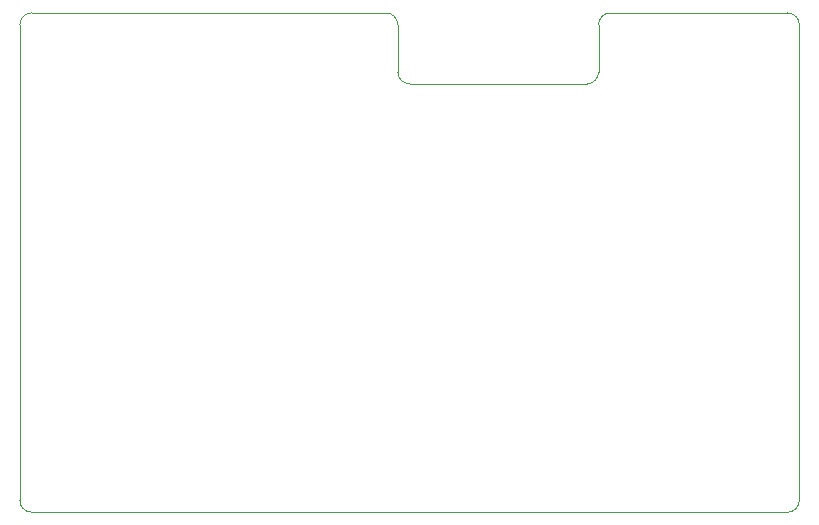
<source format=gbr>
G04 #@! TF.GenerationSoftware,KiCad,Pcbnew,5.1.5*
G04 #@! TF.CreationDate,2020-01-02T18:37:30+01:00*
G04 #@! TF.ProjectId,servodriver,73657276-6f64-4726-9976-65722e6b6963,rev?*
G04 #@! TF.SameCoordinates,Original*
G04 #@! TF.FileFunction,Profile,NP*
%FSLAX46Y46*%
G04 Gerber Fmt 4.6, Leading zero omitted, Abs format (unit mm)*
G04 Created by KiCad (PCBNEW 5.1.5) date 2020-01-02 18:37:30*
%MOMM*%
%LPD*%
G04 APERTURE LIST*
%ADD10C,0.050000*%
G04 APERTURE END LIST*
D10*
X118000000Y-64000000D02*
G75*
G02X119000000Y-63000000I1000000J0D01*
G01*
X149000000Y-63000000D02*
G75*
G02X150000000Y-64000000I0J-1000000D01*
G01*
X151000000Y-69000000D02*
G75*
G02X150000000Y-68000000I0J1000000D01*
G01*
X167000000Y-68000000D02*
G75*
G02X166000000Y-69000000I-1000000J0D01*
G01*
X167000000Y-64000000D02*
G75*
G02X168000000Y-63000000I1000000J0D01*
G01*
X183000000Y-63000000D02*
G75*
G02X184000000Y-64000000I0J-1000000D01*
G01*
X184000000Y-104270000D02*
G75*
G02X183000000Y-105270000I-1000000J0D01*
G01*
X119000000Y-105270000D02*
G75*
G02X118000000Y-104270000I0J1000000D01*
G01*
X118000000Y-64000000D02*
X118000000Y-104270000D01*
X149000000Y-63000000D02*
X119000000Y-63000000D01*
X150000000Y-68000000D02*
X150000000Y-64000000D01*
X166000000Y-69000000D02*
X151000000Y-69000000D01*
X167000000Y-64000000D02*
X167000000Y-68000000D01*
X183000000Y-63000000D02*
X168000000Y-63000000D01*
X184000000Y-104270000D02*
X184000000Y-64000000D01*
X119000000Y-105270000D02*
X183000000Y-105270000D01*
M02*

</source>
